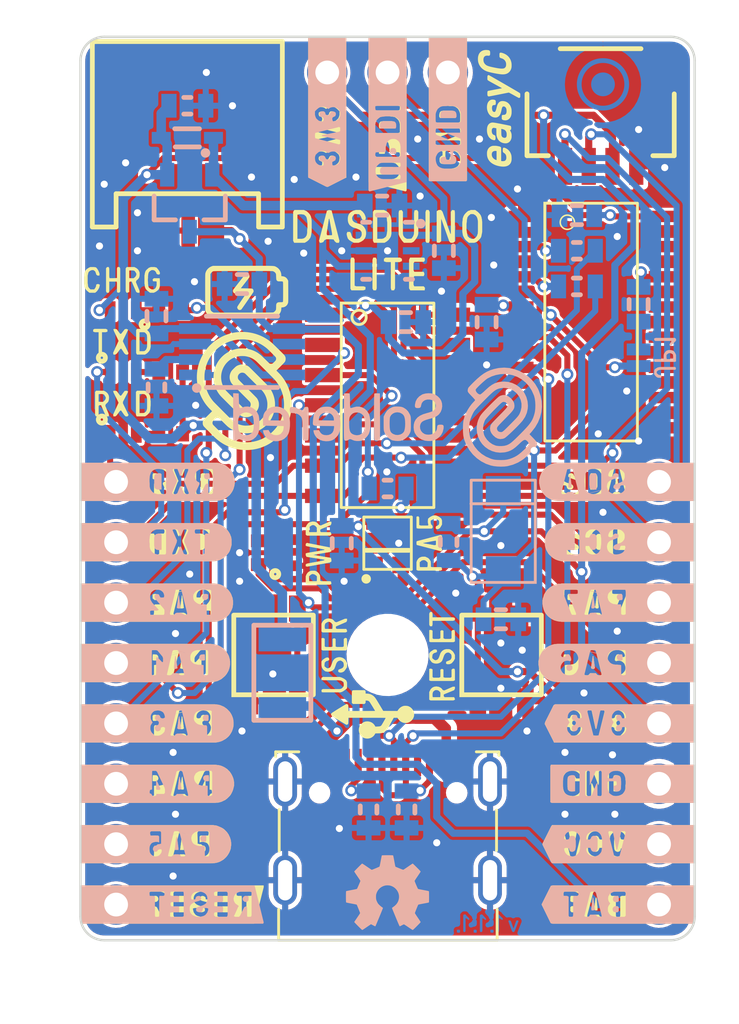
<source format=kicad_pcb>
(kicad_pcb (version 20210623) (generator pcbnew)
  (title_block (title "Dasduino LITE") (date "2021-09-23") (rev "V1.1.1.") (company "SOLDERED") (comment 1 "333008"))
  (layers (0 "F.Cu" mixed) (31 "B.Cu" signal) (34 "B.Paste" user) (35 "F.Paste" user) (36 "B.SilkS" user "B.Silkscreen") (37 "F.SilkS" user "F.Silkscreen") (38 "B.Mask" user) (39 "F.Mask" user) (44 "Edge.Cuts" user))
  (net 0 "")
  (net 1 "+3V3")
  (net 2 "GND")
  (net 3 "RESET")
  (net 4 "VUSB")
  (net 5 "VCC")
  (net 6 "VBAT")
  (net 7 "TXD0")
  (net 8 "Net-(D1-Pad1)")
  (net 9 "RXD0")
  (net 10 "Net-(D2-Pad1)")
  (net 11 "Net-(D3-Pad1)")
  (net 13 "Net-(F1-Pad2)")
  (net 14 "D-")
  (net 15 "D+")
  (net 16 "SDA")
  (net 17 "SCL")
  (net 18 "SPI_MISO")
  (net 19 "SPI_MOSI")
  (net 20 "SPI_SCK")
  (net 21 "SPI_CS")
  (net 23 "RTS")
  (net 24 "Net-(C10-Pad2)")
  (net 25 "Net-(C2-Pad1)")
  (net 26 "Net-(D5-Pad2)")
  (net 27 "Net-(K2-PadA5)")
  (net 29 "Net-(K2-PadB5)")
  (net 36 "Net-(R1-Pad1)")
  (net 37 "Net-(R2-Pad1)")
  (net 38 "Net-(R11-Pad1)")
  (net 39 "Net-(R12-Pad1)")
  (net 41 "Net-(D4-Pad3)")
  (net 43 "PA5")
  (net 44 "PA7")
  (net 45 "PA6")
  (footprint "e-radionica.com footprinti:HEADER-UPDI" (layer "F.Cu") (at 77.43 113.5)
    (fp_text reference "K4")
    (fp_text value "HEADER-UPDI")
  )
  (footprint "buzzardLabel" (layer "F.Cu") (at 90.76 130.72)
    (fp_text reference "")
    (fp_text value "")
  )
  (footprint "buzzardLabel" (layer "F.Cu") (at 64.1 145.96)
    (fp_text reference "")
    (fp_text value "")
  )
  (footprint "e-radionica.com footprinti:0402R" (layer "F.Cu") (at 68.3 126.1)
    (fp_text reference "R3")
    (fp_text value "2k2")
  )
  (footprint "buzzardLabel" (layer "F.Cu") (at 90.76 143.42)
    (fp_text reference "")
    (fp_text value "")
  )
  (footprint "buzzardLabel" (layer "F.Cu") (at 64.1 135.8)
    (fp_text reference "")
    (fp_text value "")
  )
  (footprint "e-radionica.com footprinti:FIDUCIAL_23" (layer "F.Cu") (at 77.43 148)
    (fp_text reference "FD1")
    (fp_text value "FIDUCIAL")
  )
  (footprint "Soldered Graphics:Logo-Back-OSH-3.5mm" (layer "F.Cu") (at 77.43 148)
    (fp_text reference "G***" hide)
    (fp_text value "LOGO" hide)
  )
  (footprint "e-radionica.com footprinti:0402LED" (layer "F.Cu") (at 66.3 128.7 180)
    (fp_text reference "D2")
    (fp_text value "blue")
  )
  (footprint "e-radionica.com footprinti:SOIC-14" (layer "F.Cu") (at 77.43 127.5)
    (fp_text reference "U4")
    (fp_text value "ATTINY804")
  )
  (footprint "e-radionica.com footprinti:0402R" (layer "F.Cu") (at 68.3 128.7)
    (fp_text reference "R4")
    (fp_text value "2k2")
  )
  (footprint "buzzardLabel" (layer "F.Cu") (at 90.76 138.34)
    (fp_text reference "")
    (fp_text value "")
  )
  (footprint "buzzardLabel" (layer "F.Cu") (at 90.76 140.88)
    (fp_text reference "")
    (fp_text value "")
  )
  (footprint "buzzardLabel" (layer "F.Cu") (at 90.76 133.26)
    (fp_text reference "")
    (fp_text value "")
  )
  (footprint "buzzardLabel" (layer "F.Cu") (at 64.1 143.42)
    (fp_text reference "")
    (fp_text value "")
  )
  (footprint "buzzardLabel" (layer "F.Cu") (at 90.76 145.96)
    (fp_text reference "")
    (fp_text value "")
  )
  (footprint "buzzardLabel" (layer "F.Cu") (at 74.89 111.6 90)
    (fp_text reference "")
    (fp_text value "")
  )
  (footprint "e-radionica.com footprinti:WS2812B-2020" (layer "F.Cu") (at 77.43 133.3 -90)
    (fp_text reference "D4")
    (fp_text value "WS2812B-2020")
  )
  (footprint "buzzardLabel" (layer "F.Cu") (at 77.43 111.6 90)
    (fp_text reference "")
    (fp_text value "")
  )
  (footprint "e-radionica.com footprinti:0402R" (layer "F.Cu") (at 68.3 123.5 180)
    (fp_text reference "R12")
    (fp_text value "2k2")
  )
  (footprint "buzzardLabel" (layer "F.Cu") (at 79.97 111.6 90)
    (fp_text reference "")
    (fp_text value "")
  )
  (footprint "buzzardLabel" (layer "F.Cu") (at 90.76 135.8)
    (fp_text reference "")
    (fp_text value "")
  )
  (footprint "e-radionica.com footprinti:0402LED" (layer "F.Cu") (at 73.3 133.7 -90)
    (fp_text reference "D3")
    (fp_text value "purple")
  )
  (footprint "buzzardLabel" (layer "F.Cu") (at 79.7 138 90)
    (fp_text reference "")
    (fp_text value "")
  )
  (footprint "e-radionica.com footprinti:SOP-16" (layer "F.Cu") (at 86 124)
    (fp_text reference "U1")
    (fp_text value "CH340C")
  )
  (footprint "buzzardLabel" (layer "F.Cu") (at 79.2 133.3 90)
    (fp_text reference "")
    (fp_text value "")
  )
  (footprint "buzzardLabel" (layer "F.Cu") (at 77.43 120)
    (fp_text reference "")
    (fp_text value "")
  )
  (footprint "e-radionica.com footprinti:easyC-connector" (layer "F.Cu") (at 86.4 115.3)
    (fp_text reference "K1")
    (fp_text value "easyC-SMD")
  )
  (footprint "e-radionica.com footprinti:0402LED" (layer "F.Cu") (at 66.3 126.1 180)
    (fp_text reference "D1")
    (fp_text value "white")
  )
  (footprint "Soldered Graphics:Symbol-Front-Battery" (layer "F.Cu") (at 71.5 122.8)
    (fp_text reference "G***" hide)
    (fp_text value "LOGO" hide)
  )
  (footprint "buzzardLabel" (layer "F.Cu") (at 64.1 138.34)
    (fp_text reference "")
    (fp_text value "")
  )
  (footprint "buzzardLabel" (layer "F.Cu") (at 66.3 122.2)
    (fp_text reference "")
    (fp_text value "")
  )
  (footprint "Soldered Graphics:Logo-Back-SolderedFULL-13mm" (layer "F.Cu") (at 77.43 128)
    (fp_text reference "REF**" hide)
    (fp_text value "Logo-Front-SolderedFULL-13mm" hide)
  )
  (footprint "Soldered Graphics:Logo-Front-Soldered-5mm" (layer "F.Cu") (at 71.4 126.9)
    (fp_text reference "G***" hide)
    (fp_text value "LOGO" hide)
  )
  (footprint "buzzardLabel" (layer "F.Cu") (at 90.76 148.5)
    (fp_text reference "")
    (fp_text value "")
  )
  (footprint "buzzardLabel" (layer "F.Cu") (at 75.16 138 90)
    (fp_text reference "")
    (fp_text value "")
  )
  (footprint "buzzardLabel" (layer "F.Cu") (at 66.3 127.4)
    (fp_text reference "")
    (fp_text value "")
  )
  (footprint "buzzardLabel" (layer "F.Cu") (at 64.1 133.26)
    (fp_text reference "")
    (fp_text value "")
  )
  (footprint "e-radionica.com footprinti:0402LED" (layer "F.Cu") (at 66.3 123.5)
    (fp_text reference "D5")
    (fp_text value "red")
  )
  (footprint "buzzardLabel" (layer "F.Cu") (at 64.1 140.88)
    (fp_text reference "")
    (fp_text value "")
  )
  (footprint "e-radionica.com footprinti:YTSA007A0151803B" (layer "F.Cu") (at 72.63 138 90)
    (fp_text reference "SW1")
    (fp_text value "YTSA007A0151803B")
  )
  (footprint "e-radionica.com footprinti:HOLE_3.2mm" (layer "F.Cu") (at 77.43 138)
    (fp_text reference "H1" hide)
    (fp_text value "HOLE_3.2mm" hide)
  )
  (footprint "e-radionica.com footprinti:JST-2pin-SMD" (layer "F.Cu") (at 69 117)
    (fp_text reference "K3")
    (fp_text value "JST-2pin-SMD")
  )
  (footprint "Soldered Graphics:Logo-Front-easyC-5mm" (layer "F.Cu") (at 82.1 115 90)
    (fp_text reference "G***" hide)
    (fp_text value "LOGO" hide)
  )
  (footprint "Soldered Graphics:Symbol-Front-USB" (layer "F.Cu") (at 76.8 140.5 90)
    (fp_text reference "G***" hide)
    (fp_text value "LOGO" hide)
  )
  (footprint "buzzardLabel" (layer "F.Cu") (at 77.43 122)
    (fp_text reference "")
    (fp_text value "")
  )
  (footprint "buzzardLabel" (layer "F.Cu") (at 74.5 133.7 90)
    (fp_text reference "")
    (fp_text value "")
  )
  (footprint "e-radionica.com footprinti:YTSA007A0151803B" (layer "F.Cu") (at 82.23 138 90)
    (fp_text reference "SW2")
    (fp_text value "YTSA007A0151803B")
  )
  (footprint "e-radionica.com footprinti:0402R" (layer "F.Cu") (at 72 133.7 90)
    (fp_text reference "R6")
    (fp_text value "2k2")
  )
  (footprint "buzzardLabel" (layer "F.Cu") (at 64.1 148.5)
    (fp_text reference "")
    (fp_text value "")
  )
  (footprint "buzzardLabel" (layer "F.Cu") (at 66.3 124.8)
    (fp_text reference "")
    (fp_text value "")
  )
  (footprint "buzzardLabel" (layer "F.Cu") (at 64.1 130.72)
    (fp_text reference "")
    (fp_text value "")
  )
  (footprint "e-radionica.com footprinti:U262-161N-4BVC11" (layer "F.Cu") (at 77.43 145)
    (fp_text reference "K2")
    (fp_text value "U262-161N-4BVC11")
  )
  (footprint "buzzardLabel" (layer "B.Cu") (at 74.89 111.6 90)
    (fp_text reference "")
    (fp_text value "")
  )
  (footprint "buzzardLabel" (layer "B.Cu") (at 79.97 111.6 90)
    (fp_text reference "")
    (fp_text value "")
  )
  (footprint "e-radionica.com footprinti:0603R" (layer "B.Cu") (at 85.4 122.5)
    (fp_text reference "R2")
    (fp_text value "1k")
  )
  (footprint "buzzardLabel" (layer "B.Cu") (at 90.76 143.42 180)
    (fp_text reference "")
    (fp_text value "")
  )
  (footprint "e-radionica.com footprinti:0603C" (layer "B.Cu") (at 78.2 124)
    (fp_text reference "C9")
    (fp_text value "100n")
  )
  (footprint "e-radionica.com footprinti:1206FUSE" (layer "B.Cu") (at 73 138.75 -90)
    (fp_text reference "F1")
    (fp_text value "1206FUSE-500mA")
  )
  (footprint "buzzardLabel" (layer "B.Cu") (at 64.1 138.34 180)
    (fp_text reference "")
    (fp_text value "")
  )
  (footprint "e-radionica.com footprinti:0603C" (layer "B.Cu") (at 85.4 119.5)
    (fp_text reference "C1")
    (fp_text value "100n")
  )
  (footprint "e-radionica.com footprinti:M4_DIODA" (layer "B.Cu") (at 82.3 132.8 90)
    (fp_text reference "D6")
    (fp_text value "M4_DIODA")
  )
  (footprint "Soldered Graphics:Version1.1.1." (layer "B.Cu") (at 81.6 149.3 180)
    (fp_text reference "REF**" hide)
    (fp_text value "Version1.1.1." hide)
  )
  (footprint "e-radionica.com footprinti:0603R" (layer "B.Cu") (at 80 133.25 90)
    (fp_text reference "R10")
    (fp_text value "10k")
  )
  (footprint "e-radionica.com footprinti:0603C" (layer "B.Cu") (at 79.8 121 90)
    (fp_text reference "C5")
    (fp_text value "2u2")
  )
  (footprint "e-radionica.com footprinti:0603R" (layer "B.Cu") (at 85.4 121)
    (fp_text reference "R1")
    (fp_text value "1k")
  )
  (footprint "e-radionica.com footprinti:FIDUCIAL_23" (layer "B.Cu") (at 86.5 114 180)
    (fp_text reference "FD2")
    (fp_text value "FIDUCIAL")
  )
  (footprint "buzzardLabel" (layer "B.Cu") (at 64.1 148.5 180)
    (fp_text reference "")
    (fp_text value "")
  )
  (footprint "buzzardLabel" (layer "B.Cu") (at 90.76 133.26 180)
    (fp_text reference "")
    (fp_text value "")
  )
  (footprint "buzzardLabel" (layer "B.Cu") (at 64.1 143.42 180)
    (fp_text reference "")
    (fp_text value "")
  )
  (footprint "e-radionica.com footprinti:0603R" (layer "B.Cu") (at 78.23 144.5 -90)
    (fp_text reference "R7")
    (fp_text value "5k1")
  )
  (footprint "buzzardLabel" (layer "B.Cu") (at 64.1 135.8 180)
    (fp_text reference "")
    (fp_text value "")
  )
  (footprint "e-radionica.com footprinti:TPS7A2633DRVR" (layer "B.Cu") (at 77.43 121 180)
    (fp_text reference "U2")
    (fp_text value "TPS7A2633DRVR")
  )
  (footprint "buzzardLabel" (layer "B.Cu") (at 64.1 145.96 180)
    (fp_text reference "")
    (fp_text value "")
  )
  (footprint "buzzardLabel" (layer "B.Cu") (at 64.1 140.88 180)
    (fp_text reference "")
    (fp_text value "")
  )
  (footprint "e-radionica.com footprinti:HEADER_MALE_8X1" (layer "B.Cu") (at 66 139.61 90)
    (fp_text reference "K5")
    (fp_text value "HEADER_MALE_8X1")
  )
  (footprint "e-radionica.com footprinti:0603R" (layer "B.Cu") (at 76.63 144.5 -90)
    (fp_text reference "R8")
    (fp_text value "5k1")
  )
  (footprint "e-radionica.com footprinti:SOT-23-3" (layer "B.Cu") (at 69.1 119 -90)
    (fp_text reference "Q1")
    (fp_text value "PMOS-SOT-23-3")
  )
  (footprint "buzzardLabel" (layer "B.Cu") (at 77.43 111.6 90)
    (fp_text reference "")
    (fp_text value "")
  )
  (footprint "e-radionica.com footprinti:0603C" (layer "B.Cu") (at 77.2 119.1 180)
    (fp_text reference "C3")
    (fp_text value "2u2")
  )
  (footprint "buzzardLabel" (layer "B.Cu") (at 90.76 140.88 180)
    (fp_text reference "")
    (fp_text value "")
  )
  (footprint "e-radionica.com footprinti:0603R" (layer "B.Cu") (at 69 114.9 180)
    (fp_text reference "R14")
    (fp_text value "100k")
  )
  (footprint "buzzardLabel" (layer "B.Cu") (at 90.76 148.5 180)
    (fp_text reference "")
    (fp_text value "")
  )
  (footprint "buzzardLabel" (layer "B.Cu") (at 90.76 130.72 180)
    (fp_text reference "")
    (fp_text value "")
  )
  (footprint "e-radionica.com footprinti:0603C" (layer "B.Cu") (at 88 123.25 -90)
    (fp_text reference "C10")
    (fp_text value "100n")
  )
  (footprint "buzzardLabel" (layer "B.Cu") (at 64.1 133.26 180)
    (fp_text reference "")
    (fp_text value "")
  )
  (footprint "buzzardLabel" (layer "B.Cu") (at 90.76 135.8 180)
    (fp_text reference "")
    (fp_text value "")
  )
  (footprint "e-radionica.com footprinti:0603C" (layer "B.Cu") (at 81.6 124 -90)
    (fp_text reference "C2")
    (fp_text value "100n")
  )
  (footprint "buzzardLabel" (layer "B.Cu") (at 90.76 138.34 180)
    (fp_text reference "")
    (fp_text value "")
  )
  (footprint "e-radionica.com footprinti:HEADER_MALE_8X1" (layer "B.Cu") (at 88.86 139.61 90)
    (fp_text reference "K6")
    (fp_text value "HEADER_MALE_8X1")
  )
  (footprint "e-radionica.com footprinti:SMD_JUMPER" (layer "B.Cu") (at 88 125.5 -90)
    (fp_text reference "JP1")
    (fp_text value "SMD_JUMPER")
  )
  (footprint "buzzardLabel" (layer "B.Cu") (at 90.76 145.96 180)
    (fp_text reference "")
    (fp_text value "")
  )
  (footprint "e-radionica.com footprinti:0603C" (layer "B.Cu") (at 71.3 122.4)
    (fp_text reference "C7")
    (fp_text value "2u2")
  )
  (footprint "buzzardLabel" (layer "B.Cu") (at 89.1 125.5 90)
    (fp_text reference "")
    (fp_text value "")
  )
  (footprint "e-radionica.com footprinti:0603C" (layer "B.Cu") (at 82.2 136.5 180)
    (fp_text reference "C6")
    (fp_text value "270p")
  )
  (footprint "e-radionica.com footprinti:0603R" (layer "B.Cu") (at 77.43 131)
    (fp_text reference "R5")
    (fp_text value "1k")
  )
  (footprint "e-radionica.com footprinti:0603C" (layer "B.Cu") (at 67.7 123.75 -90)
    (fp_text reference "C8")
    (fp_text value "2u2")
  )
  (footprint "e-radionica.com footprinti:TP4056M-MSOP8" (layer "B.Cu") (at 71.3 125.25)
    (fp_text reference "U3")
    (fp_text value "TP4056M")
  )
  (footprint "e-radionica.com footprinti:0603R" (layer "B.Cu") (at 67.7 126.75 -90)
    (fp_text reference "R11")
    (fp_text value "3k")
  )
  (footprint "e-radionica.com footprinti:0603C" (layer "B.Cu") (at 75.5 133.3 -90)
    (fp_text reference "C4")
    (fp_text value "100n")
  )
  (footprint "e-radionica.com footprinti:SOD-323" (layer "B.Cu") (at 69 116.25)
    (fp_text reference "D7")
    (fp_text value "BAT20J")
  )
  (footprint "buzzardLabel" (layer "B.Cu") (at 64.1 130.72 180)
    (fp_text reference "")
    (fp_text value "")
  )
  (gr_arc (start 89.36 112.999997) (end 89.36 112) (angle 90) (layer "Edge.Cuts") (width 0.1))
  (gr_arc (start 89.36 149) (end 89.36 150) (angle -90) (layer "Edge.Cuts") (width 0.1))
  (gr_line (start 64.5 113) (end 64.5 149) (layer "Edge.Cuts") (width 0.1))
  (gr_line locked (start 90.36 149) (end 90.36 113) (layer "Edge.Cuts") (width 0.1))
  (gr_line locked (start 89.36 112) (end 65.5 112) (layer "Edge.Cuts") (width 0.1))
  (gr_line (start 65.5 150) (end 89.36 150) (layer "Edge.Cuts") (width 0.1))
  (gr_arc (start 65.5 149) (end 65.5 150) (angle 90) (layer "Edge.Cuts") (width 0.1))
  (gr_arc (start 65.499997 113) (end 64.5 113) (angle 90) (layer "Edge.Cuts") (width 0.1))
  (segment (start 86.1 115.3) (end 84 115.3) (width 0.3) (layer "F.Cu") (net 1))
  (segment (start 74.89 113.89) (end 74.89 113.5) (width 0.3) (layer "F.Cu") (net 1))
  (segment (start 81.5 132.8) (end 83.9 132.8) (width 0.254) (layer "F.Cu") (net 1))
  (segment (start 75.01898 135.61898) (end 74.6 135.2) (width 0.254) (layer "F.Cu") (net 1))
  (segment (start 74.6 135.2) (end 72.6 135.2) (width 0.254) (layer "F.Cu") (net 1))
  (segment (start 76.3 115.3) (end 74.89 113.89) (width 0.3) (layer "F.Cu") (net 1))
  (segment (start 86.9 116.1) (end 86.1 115.3) (width 0.3) (layer "F.Cu") (net 1))
  (segment (start 78.08102 135.61898) (end 75.01898 135.61898) (width 0.254) (layer "F.Cu") (net 1))
  (segment (start 72 134.6) (end 72 134.2) (width 0.254) (layer "F.Cu") (net 1))
  (segment (start 80.9 132.8) (end 78.08102 135.61898) (width 0.254) (layer "F.Cu") (net 1))
  (segment (start 81.5 132.8) (end 80.9 132.8) (width 0.254) (layer "F.Cu") (net 1))
  (segment (start 76.5 123.3) (end 76.11 123.69) (width 0.3) (layer "F.Cu") (net 1))
  (segment (start 76.11 123.69) (end 74.73 123.69) (width 0.3) (layer "F.Cu") (net 1))
  (segment (start 83.9 132.8) (end 85.6 134.5) (width 0.254) (layer "F.Cu") (net 1))
  (segment (start 72.6 135.2) (end 72 134.6) (width 0.254) (layer "F.Cu") (net 1))
  (segment (start 86.9 117.45) (end 86.9 116.1) (width 0.3) (layer "F.Cu") (net 1))
  (segment (start 84 115.3) (end 76.3 115.3) (width 0.3) (layer "F.Cu") (net 1))
  (via (at 81.5 132.8) (size 0.5) (drill 0.3) (layers "F.Cu" "B.Cu") (net 1))
  (via (at 76.5 123.3) (size 0.5) (drill 0.3) (layers "F.Cu" "B.Cu") (net 1))
  (via (at 84 115.3) (size 0.5) (drill 0.3) (layers "F.Cu" "B.Cu") (net 1))
  (via (at 85.6 134.5) (size 0.5) (drill 0.3) (layers "F.Cu" "B.Cu") (net 1))
  (segment (start 81.1 122.3) (end 80.6 122.8) (width 0.3) (layer "B.Cu") (net 1))
  (segment (start 87 123.9) (end 87 121.6) (width 0.3) (layer "B.Cu") (net 1))
  (segment (start 78.425 120.35) (end 79.72 120.35) (width 0.3) (layer "B.Cu") (net 1))
  (segment (start 86.5 118) (end 85.1 118) (width 0.3) (layer "B.Cu") (net 1))
  (segment (start 79.8 125.3) (end 78.1 125.3) (width 0.3) (layer "B.Cu") (net 1))
  (segment (start 88.86 140.88) (end 88.78 140.88) (width 0.3) (layer "B.Cu") (net 1))
  (segment (start 77.47 124.67) (end 77.47 124) (width 0.3) (layer "B.Cu") (net 1))
  (segment (start 81.1 120.8) (end 81.1 122.3) (width 0.3) (layer "B.Cu") (net 1))
  (segment (start 80.6 122.8) (end 80.6 124.5) (width 0.3) (layer "B.Cu") (net 1))
  (segment (start 76.77 123.3) (end 77.47 124) (width 0.3) (layer "B.Cu") (net 1))
  (segment (start 79.8 118.8) (end 79.8 120.27) (width 0.3) (layer "B.Cu") (net 1))
  (segment (start 81.5 132.8) (end 82.3 132) (width 0.254) (layer "B.Cu") (net 1))
  (segment (start 79.72 120.35) (end 79.8 120.27) (width 0.3) (layer "B.Cu") (net 1))
  (segment (start 79.8 120.27) (end 80.57 120.27) (width 0.3) (layer "B.Cu") (net 1))
  (segment (start 85.1 118) (end 84 116.9) (width 0.3) (layer "B.Cu") (net 1))
  (segment (start 74.89 113.5) (end 74.89 113.89) (width 0.3) (layer "B.Cu") (net 1))
  (segment (start 80.325 132.8) (end 81.5 132.8) (width 0.254) (layer "B.Cu") (net 1))
  (segment (start 80.57 120.27) (end 81.1 120.8) (width 0.3) (layer "B.Cu") (net 1))
  (segment (start 76.5 123.3) (end 76.77 123.3) (width 0.3) (layer "B.Cu") (net 1))
  (segment (start 82.3 132) (end 82.3 131.11) (width 0.254) (layer "B.Cu") (net 1))
  (segment (start 80 132.475) (end 80.325 132.8) (width 0.254) (layer "B.Cu") (net 1))
  (segment (start 87.8 119.3) (end 86.5 118) (width 0.3) (layer "B.Cu") (net 1))
  (segment (start 87 121.6) (end 87.8 120.8) (width 0.3) (layer "B.Cu") (net 1))
  (segment (start 84 116.9) (end 84 115.3) (width 0.3) (layer "B.Cu") (net 1))
  (segment (start 87.8 120.8) (end 87.8 119.3) (width 0.3) (layer "B.Cu") (net 1))
  (segment (start 78.1 125.3) (end 77.47 124.67) (width 0.3) (layer "B.Cu") (net 1))
  (segment (start 85.6 125.3) (end 87 123.9) (width 0.3) (layer "B.Cu") (net 1))
  (segment (start 80.6 124.5) (end 79.8 125.3) (width 0.3) (layer "B.Cu") (net 1))
  (segment (start 74.89 113.89) (end 79.8 118.8) (width 0.3) (layer "B.Cu") (net 1))
  (segment (start 85.6 137.7) (end 85.6 125.3) (width 0.3) (layer "B.Cu") (net 1))
  (segment (start 88.78 140.88) (end 85.6 137.7) (width 0.3) (layer "B.Cu") (net 1))
  (via (at 82.9 118.4) (size 0.5) (drill 0.3) (layers "F.Cu" "B.Cu") (net 2))
  (via (at 86.9 142.2) (size 0.5) (drill 0.3) (layers "F.Cu" "B.Cu") (net 2))
  (via (at 73.5 118) (size 0.5) (drill 0.3) (layers "F.Cu" "B.Cu") (net 2))
  (via (at 75.4 145.3) (size 0.5) (drill 0.3) (layers "F.Cu" "B.Cu") (net 2))
  (via (at 83.3 141.2) (size 0.5) (drill 0.3) (layers "F.Cu" "B.Cu") (net 2))
  (via (at 68.4 142.1) (size 0.5) (drill 0.3) (layers "F.Cu" "B.Cu") (net 2))
  (via (at 84.9 144.7) (size 0.5) (drill 0.3) (layers "F.Cu" "B.Cu") (net 2))
  (via (at 69.1 134.6) (size 0.5) (drill 0.3) (layers "F.Cu" "B.Cu") (net 2))
  (via (at 71.7 117.9) (size 0.5) (drill 0.3) (layers "F.Cu" "B.Cu") (net 2))
  (via (at 68.5 144.7) (size 0.5) (drill 0.3) (layers "F.Cu" "B.Cu") (net 2))
  (via (at 75.5 121) (size 0.5) (drill 0.3) (layers "F.Cu" "B.Cu") (net 2))
  (via (at 66.4 117.3) (size 0.5) (drill 0.3) (layers "F.Cu" "B.Cu") (net 2))
  (via (at 86.5 132) (size 0.5) (drill 0.3) (layers "F.Cu" "B.Cu") (net 2))
  (via (at 68.4 147.3) (size 0.5) (drill 0.3) (layers "F.Cu" "B.Cu") (net 2))
  (via (at 85.7 139.6) (size 0.5) (drill 0.3) (layers "F.Cu" "B.Cu") (net 2))
  (via (at 69.8 113.5) (size 0.5) (drill 0.3) (layers "F.Cu" "B.Cu") (net 2))
  (via (at 72.6 138.8) (size 0.5) (drill 0.3) (layers "F.Cu" "B.Cu") (net 2))
  (via (at 77.43 121) (size 0.5) (drill 0.3) (layers "F.Cu" "B.Cu") (net 2))
  (via (at 78.7 116.3) (size 0.5) (drill 0.3) (layers "F.Cu" "B.Cu") (net 2))
  (via (at 71.3 141.2) (size 0.5) (drill 0.3) (layers "F.Cu" "B.Cu") (net 2))
  (via (at 82.2 139.4) (size 0.5) (drill 0.3) (layers "F.Cu" "B.Cu") (net 2))
  (via (at 81.9 121.6) (size 0.5) (drill 0.3) (layers "F.Cu" "B.Cu") (net 2))
  (via (at 71.2 134.9) (size 0.5) (drill 0.3) (layers "F.Cu" "B.Cu") (net 2))
  (via (at 77.4 130.3) (size 0.5) (drill 0.3) (layers "F.Cu" "B.Cu") (net 2))
  (via (at 87.1 137) (size 0.5) (drill 0.3) (layers "F.Cu" "B.Cu") (net 2))
  (via (at 70.9 114.9) (size 0.5) (drill 0.3) (layers "F.Cu" "B.Cu") (net 2))
  (via (at 87 144.7) (size 0.5) (drill 0.3) (layers "F.Cu" "B.Cu") (net 2))
  (via (at 88 129) (size 0.5) (drill 0.3) (layers "F.Cu" "B.Cu") (net 2))
  (via (at 73.9 121.1) (size 0.5) (drill 0.3) (layers "F.Cu" "B.Cu") (net 2))
  (via (at 66.9 119.4) (size 0.5) (drill 0.3) (layers "F.Cu" "B.Cu") (net 2))
  (via (at 89.1 117.5) (size 0.5) (drill 0.3) (layers "F.Cu" "B.Cu") (net 2))
  (via (at 75.6 134.9) (size 0.5) (drill 0.3) (layers "F.Cu" "B.Cu") (net 2))
  (via (at 81.3 116.3) (size 0.5) (drill 0.3) (layers "F.Cu" "B.Cu") (net 2))
  (via (at 69.35 127.5) (size 0.5) (drill 0.3) (layers "F.Cu" "B.Cu") (net 2))
  (via (at 78.8 118.7) (size 0.5) (drill 0.3) (layers "F.Cu" "B.Cu") (net 2))
  (via (at 65.3 120.8) (size 0.5) (drill 0.3) (layers "F.Cu" "B.Cu") (net 2))
  (via (at 84.9 142.1) (size 0.5) (drill 0.3) (layers "F.Cu" "B.Cu") (net 2))
  (via (at 80.3 135.4) (size 0.5) (drill 0.3) (layers "F.Cu" "B.Cu") (net 2))
  (via (at 83.1 137.8) (size 0.5) (drill 0.3) (layers "F.Cu" "B.Cu") (net 2))
  (via (at 86.3 128.7) (size 0.5) (drill 0.3) (layers "F.Cu" "B.Cu") (net 2))
  (via (at 69.3 122.3) (size 0.5) (drill 0.3) (layers "F.Cu" "B.Cu") (net 2))
  (via (at 72.4 120.6) (size 0.5) (drill 0.3) (layers "F.Cu" "B.Cu") (net 2))
  (via (at 81.8 119.6) (size 0.5) (drill 0.3) (layers "F.Cu" "B.Cu") (net 2))
  (via (at 65.5 118.2) (size 0.5) (drill 0.3) (layers "F.Cu" "B.Cu") (net 2))
  (via (at 87.5 126.9) (size 0.5) (drill 0.3) (layers "F.Cu" "B.Cu") (net 2))
  (via (at 79.5 145.9) (size 0.5) (drill 0.3) (layers "F.Cu" "B.Cu") (net 2))
  (via (at 76.1 117.9) (size 0.5) (drill 0.3) (layers "F.Cu" "B.Cu") (net 2))
  (via (at 66.9 121) (size 0.5) (drill 0.3) (layers "F.Cu" "B.Cu") (net 2))
  (via (at 88 115.9) (size 0.5) (drill 0.3) (layers "F.Cu" "B.Cu") (net 2))
  (via (at 81.6 125.8) (size 0.5) (drill 0.3) (layers "F.Cu" "B.Cu") (net 2))
  (via (at 72.5 129.7) (size 0.5) (drill 0.3) (layers "F.Cu" "B.Cu") (net 2))
  (via (at 87.1 120.4) (size 0.5) (drill 0.3) (layers "F.Cu" "B.Cu") (net 2))
  (via (at 68.5 137.1) (size 0.5) (drill 0.3) (layers "F.Cu" "B.Cu") (net 2))
  (via (at 71.2 133.7) (size 0.5) (drill 0.3) (layers "F.Cu" "B.Cu") (net 2))
  (via (at 82.2 133.4) (size 0.5) (drill 0.3) (layers "F.Cu" "B.Cu") (net 2))
  (via (at 77.9 133.3) (size 0.5) (drill 0.3) (layers "F.Cu" "B.Cu") (net 2))
  (via (at 82.2 137.5) (size 0.5) (drill 0.3) (layers "F.Cu" "B.Cu") (net 2))
  (via (at 79.7 122.7) (size 0.5) (drill 0.3) (layers "F.Cu" "B.Cu") (net 2))
  (segment (start 66 148.5) (end 68.3 148.5) (width 0.254) (layer "F.Cu") (net 3))
  (segment (start 81.37 128.77) (end 80.13 128.77) (width 0.254) (layer "F.Cu") (net 3))
  (segment (start 86.2 127.7) (end 86.2 125.6) (width 0.254) (layer "F.Cu") (net 3))
  (segment (start 81.23 139.95) (end 81.23 136.05) (width 0.254) (layer "F.Cu") (net 3))
  (segment (start 83.6 129.4) (end 82 129.4) (width 0.254) (layer "F.Cu") (net 3))
  (segment (start 75.4 140.1) (end 81.08 140.1) (width 0.254) (layer "F.Cu") (net 3))
  (segment (start 81.23 134.92) (end 81.23 136.05) (width 0.254) (layer "F.Cu") (net 3))
  (segment (start 82 129.4) (end 81.37 128.77) (width 0.254) (layer "F.Cu") (net 3))
  (segment (start 83.6 129.4) (end 84.5 129.4) (width 0.254) (layer "F.Cu") (net 3))
  (segment (start 71.1 142.5) (end 72.4 141.2) (width 0.254) (layer "F.Cu") (net 3))
  (segment (start 86.5 125.9) (end 87 125.9) (width 0.254) (layer "F.Cu") (net 3))
  (segment (start 84.3 123.7) (end 86.2 125.6) (width 0.254) (layer "F.Cu") (net 3))
  (segment (start 68.3 148.5) (end 71.1 145.7) (width 0.254) (layer "F.Cu") (net 3))
  (segment (start 86.2 125.6) (end 86.5 125.9) (width 0.254) (layer "F.Cu") (net 3))
  (segment (start 84.5 129.4) (end 86.2 127.7) (width 0.254) (layer "F.Cu") (net 3))
  (segment (start 81.01 134.7) (end 81.23 134.92) (width 0.254) (layer "F.Cu") (net 3))
  (segment (start 74.3 141.2) (end 75.4 140.1) (width 0.254) (layer "F.Cu") (net 3))
  (segment (start 81.08 140.1) (end 81.23 139.95) (width 0.254) (layer "F.Cu") (net 3))
  (segment (start 71.1 145.7) (end 71.1 142.5) (width 0.254) (layer "F.Cu") (net 3))
  (segment (start 72.4 141.2) (end 74.3 141.2) (width 0.254) (layer "F.Cu") (net 3))
  (segment (start 80.13 128.77) (end 79.86778 128.77) (width 0.254) (layer "F.Cu") (net 3))
  (via (at 84.3 123.7) (size 0.5) (drill 0.3) (layers "F.Cu" "B.Cu") (net 3))
  (via (at 87 125.9) (size 0.5) (drill 0.3) (layers "F.Cu" "B.Cu") (net 3))
  (via (at 81.01 134.7) (size 0.5) (drill 0.3) (layers "F.Cu" "B.Cu") (net 3))
  (via (at 83.6 129.4) (size 0.5) (drill 0.3) (layers "F.Cu" "B.Cu") (net 3))
  (segment (start 82.3 134.49) (end 82.09 134.7) (width 0.254) (layer "B.Cu") (net 3))
  (segment (start 82.3 134.49) (end 82.3 134.9) (width 0.254) (layer "B.Cu") (net 3))
  (segment (start 77.43 113.5) (end 77.43 113.93) (width 0.254) (layer "B.Cu") (net 3))
  (segment (start 82.09 134.7) (end 81.01 134.7) (width 0.254) (layer "B.Cu") (net 3))
  (segment (start 81.47 135.73) (end 81.47 136.5) (width 0.254) (layer "B.Cu") (net 3))
  (segment (start 83.2 122.6) (end 83.5 122.9) (width 0.254) (layer "B.Cu") (net 3))
  (segment (start 83.2 119.7) (end 83.2 122.6) (width 0.254) (layer "B.Cu") (net 3))
  (segment (start 83.6 129.4) (end 83.6 133.3) (width 0.254) (layer "B.Cu") (net 3))
  (segment (start 82.3 134.9) (end 81.47 135.73) (width 0.254) (layer "B.Cu") (net 3))
  (segment (start 82.41 134.49) (end 82.3 134.49) (width 0.254) (layer "B.Cu") (net 3))
  (segment (start 83.6 133.3) (end 82.41 134.49) (width 0.254) (layer "B.Cu") (net 3))
  (segment (start 81.01 134.7) (end 80.335 134.025) (width 0.254) (layer "B.Cu") (net 3))
  (segment (start 87.05 125.85) (end 87 125.9) (width 0.3) (layer "B.Cu") (net 3))
  (segment (start 77.43 113.93) (end 83.2 119.7) (width 0.254) (layer "B.Cu") (net 3))
  (segment (start 83.5 122.9) (end 84.3 123.7) (width 0.254) (layer "B.Cu") (net 3))
  (segment (start 88 125.85) (end 87.05 125.85) (width 0.3) (layer "B.Cu") (net 3))
  (segment (start 80.335 134.025) (end 80 134.025) (width 0.254) (layer "B.Cu") (net 3))
  (segment (start 68.8 126.1) (end 68.8 128.7) (width 0.254) (layer "F.Cu") (net 4))
  (segment (start 68.89196 128.7) (end 69.24598 128.34598) (width 0.254) (layer "F.Cu") (net 4))
  (segment (start 86.8 119.5) (end 85.1 119.5) (width 0.254) (layer "F.Cu") (net 4))
  (segment (start 68 117.1) (end 67.3 117.8) (width 0.254) (layer "F.Cu") (net 4))
  (segment (start 86.8 119.5) (end 86.855 119.555) (width 0.254) (layer "F.Cu") (net 4))
  (segment (start 85.1 119.5) (end 82.7 117.1) (width 0.254) (layer "F.Cu") (net 4))
  (segment (start 86.855 119.555) (end 88.95 119.555) (width 0.254) (layer "F.Cu") (net 4))
  (segment (start 82.7 117.1) (end 68 117.1) (width 0.254) (layer "F.Cu") (net 4))
  (segment (start 65.75 123.5) (end 65.3 123.5) (width 0.254) (layer "F.Cu") (net 4))
  (segment (start 68.8 128.7) (end 68.89196 128.7) (width 0.254) (layer "F.Cu") (net 4))
  (via (at 65.3 123.5) (size 0.5) (drill 0.3) (layers "F.Cu" "B.Cu") (net 4))
  (via (at 69.24598 128.34598) (size 0.5) (drill 0.3) (layers "F.Cu" "B.Cu") (net 4))
  (via (at 86.8 119.5) (size 0.5) (drill 0.3) (layers "F.Cu" "B.Cu") (net 4))
  (via (at 67.3 117.8) (size 0.5) (drill 0.3) (layers "F.Cu" "B.Cu") (net 4))
  (segment (start 68.95402 128.34598) (end 68.4 128.9) (width 0.4) (layer "B.Cu") (net 4))
  (segment (start 73.275 126.225) (end 72.125 126.225) (width 0.3) (layer "B.Cu") (net 4))
  (segment (start 71.9 128.9) (end 71.34598 128.34598) (width 0.4) (layer "B.Cu") (net 4))
  (segment (start 67.9 115.225) (end 68.225 114.9) (width 0.4) (layer "B.Cu") (net 4))
  (segment (start 67.4 128.9) (end 66.3 127.8) (width 0.4) (layer "B.Cu") (net 4))
  (segment (start 66.3 118.8) (end 67.3 117.8) (width 0.4) (layer "B.Cu") (net 4))
  (segment (start 68.15 116.5) (end 67.9 116.25) (width 0.4) (layer "B.Cu") (net 4))
  (segment (start 67.905 124.275) (end 67.7 124.48) (width 0.254) (layer "B.Cu") (net 4))
  (segment (start 66.3 123.9) (end 66.3 118.8) (width 0.4) (layer "B.Cu") (net 4))
  (segment (start 67.7 124.48) (end 66.88 124.48) (width 0.3) (layer "B.Cu") (net 4))
  (segment (start 72.125 126.225) (end 70.175 124.275) (width 0.3) (layer "B.Cu") (net 4))
  (segment (start 69.24598 128.34598) (end 68.95402 128.34598) (width 0.4) (layer "B.Cu") (net 4))
  (segment (start 69.325 124.275) (end 67.905 124.275) (width 0.3) (layer "B.Cu") (net 4))
  (segment (start 73 137.35) (end 73 135.4) (width 0.4) (layer "B.Cu") (net 4))
  (segment (start 68.15 117.8) (end 68.15 116.5) (width 0.4) (layer "B.Cu") (net 4))
  (segment (start 66.88 124.48) (end 66.3 123.9) (width 0.3) (layer "B.Cu") (net 4))
  (segment (start 71.9 134.3) (end 71.9 128.9) (width 0.4) (layer "B.Cu") (net 4))
  (segment (start 66.3 127.8) (end 66.3 123.9) (width 0.4) (layer "B.Cu") (net 4))
  (segment (start 70.175 124.275) (end 69.325 124.275) (width 0.3) (layer "B.Cu") (net 4))
  (segment (start 68.4 128.9) (end 67.4 128.9) (width 0.4) (layer "B.Cu") (net 4))
  (segment (start 65.3 123.5) (end 66.3 122.5) (width 0.254) (layer "B.Cu") (net 4))
  (segment (start 71.34598 128.34598) (end 69.24598 128.34598) (width 0.4) (layer "B.Cu") (net 4))
  (segment (start 86.8 119.5) (end 86.13 119.5) (width 0.254) (layer "B.Cu") (net 4))
  (segment (start 67.9 116.25) (end 67.9 115.225) (width 0.4) (layer "B.Cu") (net 4))
  (segment (start 67.3 117.8) (end 68.15 117.8) (width 0.4) (layer "B.Cu") (net 4))
  (segment (start 73 135.4) (end 71.9 134.3) (width 0.4) (layer "B.Cu") (net 4))
  (segment (start 85.8 144.9) (end 86.86 145.96) (width 0.3) (layer "F.Cu") (net 5))
  (segment (start 76.2 132.6) (end 76.415 132.385) (width 0.3) (layer "F.Cu") (net 5))
  (segment (start 85.8 141.1) (end 85.8 144.9) (width 0.3) (layer "F.Cu") (net 5))
  (segment (start 83.4 138.7) (end 85.8 141.1) (width 0.3) (layer "F.Cu") (net 5))
  (segment (start 76.415 132.385) (end 76.88 132.385) (width 0.3) (layer "F.Cu") (net 5))
  (segment (start 82.9 138.7) (end 83.4 138.7) (width 0.3) (layer "F.Cu") (net 5))
  (segment (start 86.86 145.96) (end 88.86 145.96) (width 0.3) (layer "F.Cu") (net 5))
  (via (at 82.9 138.7) (size 0.5) (drill 0.3) (layers "F.Cu" "B.Cu") (net 5))
  (via (at 76.2 132.6) (size 0.5) (drill 0.3) (layers "F.Cu" "B.Cu") (net 5))
  (segment (start 75.35 121.65) (end 74.7 121) (width 0.3) (layer "B.Cu") (net 5))
  (segment (start 76.7 124.6) (end 74.7 122.6) (width 0.3) (layer "B.Cu") (net 5))
  (segment (start 76.435 119.135) (end 76.47 119.1) (width 0.3) (layer "B.Cu") (net 5))
  (segment (start 70.1 117.75) (end 70.05 117.8) (width 0.5) (layer "B.Cu") (net 5))
  (segment (start 74.7 120.3) (end 73.5 119.1) (width 0.3) (layer "B.Cu") (net 5))
  (segment (start 75.57 132.5) (end 75.5 132.57) (width 0.3) (layer "B.Cu") (net 5))
  (segment (start 75.5 128.1) (end 76.7 126.9) (width 0.3) (layer "B.Cu") (net 5))
  (segment (start 76.2 132.7) (end 76.2 132.6) (width 0.3) (layer "B.Cu") (net 5))
  (segment (start 76.7 126.9) (end 76.7 124.6) (width 0.3) (layer "B.Cu") (net 5))
  (segment (start 75.5 132.57) (end 76.17 132.57) (width 0.3) (layer "B.Cu") (net 5))
  (segment (start 82.9 138.7) (end 82.2 138.7) (width 0.3) (layer "B.Cu") (net 5))
  (segment (start 74.7 121) (end 74.7 120.3) (width 0.3) (layer "B.Cu") (net 5))
  (segment (start 75.5 132.57) (end 75.5 128.1) (width 0.3) (layer "B.Cu") (net 5))
  (segment (start 71.35 119.1) (end 73.5 119.1) (width 0.4) (layer "B.Cu") (net 5))
  (segment (start 76.435 120.35) (end 76.435 119.135) (width 0.3) (layer "B.Cu") (net 5))
  (segment (start 73.5 119.1) (end 76.47 119.1) (width 0.4) (layer "B.Cu") (net 5))
  (segment (start 70.05 117.8) (end 71.35 119.1) (width 0.4) (layer "B.Cu") (net 5))
  (segment (start 70.1 116.25) (end 70.1 117.75) (width 0.4) (layer "B.Cu") (net 5))
  (segment (start 74.7 122.6) (end 74.7 121) (width 0.3) (layer "B.Cu") (net 5))
  (segment (start 76.435 121.65) (end 75.35 121.65) (width 0.3) (layer "B.Cu") (net 5))
  (segment (start 76.17 132.57) (end 76.2 132.6) (width 0.3) (layer "B.Cu") (net 5))
  (segment (start 82.2 138.7) (end 76.2 132.7) (width 0.3) (layer "B.Cu") (net 5))
  (segment (start 70.85 120.15) (end 71.2 120.5) (width 0.3) (layer "F.Cu") (net 6))
  (segment (start 70 120.15) (end 70.85 120.15) (width 0.3) (layer "F.Cu") (net 6))
  (via (at 71.2 120.5) (size 0.5) (drill 0.3) (layers "F.Cu" "B.Cu") (net 6))
  (segment (start 78.7 142.6) (end 76.4 142.6) (width 0.3) (layer "B.Cu") (net 6))
  (segment (start 76.2 126.2) (end 76.2 125) (width 0.3) (layer "B.Cu") (net 6))
  (segment (start 76.1 142.3) (end 76.1 140.1) (width 0.3) (layer "B.Cu") (net 6))
  (segment (start 76.2 125) (end 75.5 124.3) (width 0.3) (layer "B.Cu") (net 6))
  (segment (start 74.3 128.1) (end 76.2 126.2) (width 0.3) (layer "B.Cu") (net 6))
  (segment (start 74.8 138.8) (end 74.8 135.2) (width 0.3) (layer "B.Cu") (net 6))
  (segment (start 74.3 134.7) (end 74.3 128.1) (width 0.3) (layer "B.Cu") (net 6))
  (segment (start 80.2 145.5) (end 79.5 144.8) (width 0.3) (layer "B.Cu") (net 6))
  (segment (start 76.1 140.1) (end 74.8 138.8) (width 0.3) (layer "B.Cu") (net 6))
  (segment (start 72.03 123.83) (end 72.475 124.275) (width 0.3) (layer "B.Cu") (net 6))
  (segment (start 79.5 143.4) (end 78.7 142.6) (width 0.3) (layer "B.Cu") (net 6))
  (segment (start 72.475 124.275) (end 73.275 124.275) (width 0.3) (layer "B.Cu") (net 6))
  (segment (start 73.3 124.3) (end 73.275 124.275) (width 0.3) (layer "B.Cu") (net 6))
  (segment (start 75.5 124.3) (end 73.3 124.3) (width 0.3) (layer "B.Cu") (net 6))
  (segment (start 72.03 121.33) (end 72.03 122.4) (width 0.3) (layer "B.Cu") (net 6))
  (segment (start 69.1 120.2) (end 70.9 120.2) (width 0.3) (layer "B.Cu") (net 6))
  (segment (start 76.4 142.6) (end 76.1 142.3) (width 0.3) (layer "B.Cu") (net 6))
  (segment (start 79.5 144.8) (end 79.5 143.4) (width 0.3) (layer "B.Cu") (net 6))
  (segment (start 86.3 148.5) (end 83.3 145.5) (width 0.3) (layer "B.Cu") (net 6))
  (segment (start 72.03 122.4) (end 72.03 123.83) (width 0.3) (layer "B.Cu") (net 6))
  (segment (start 70.9 120.2) (end 71.2 120.5) (width 0.3) (layer "B.Cu") (net 6))
  (segment (start 74.8 135.2) (end 74.3 134.7) (width 0.3) (layer "B.Cu") (net 6))
  (segment (start 88.86 148.5) (end 86.3 148.5) (width 0.3) (layer "B.Cu") (net 6))
  (segment (start 74.3 128.1) (end 74.7 127.7) (width 0.3) (layer "B.Cu") (net 6))
  (segment (start 83.3 145.5) (end 80.2 145.5) (width 0.3) (layer "B.Cu") (net 6))
  (segment (start 71.2 120.5) (end 72.03 121.33) (width 0.3) (layer "B.Cu") (net 6))
  (segment (start 66.64 133.26) (end 66 133.26) (width 0.254) (layer "F.Cu") (net 7))
  (segment (start 76.4 129.7) (end 76 130.1) (width 0.254) (layer "F.Cu") (net 7))
  (segment (start 76 130.9) (end 75.59 131.31) (width 0.254) (layer "F.Cu") (net 7))
  (segment (start 75.59 131.31) (end 74.73 131.31) (width 0.254) (layer "F.Cu") (net 7))
  (segment (start 76 130.1) (end 76 130.9) (width 0.254) (layer "F.Cu") (net 7))
  (segment (start 74.73 131.31) (end 68.59 131.31) (width 0.254) (layer "F.Cu") (net 7))
  (segment (start 68.59 131.31) (end 66.64 133.26) (width 0.254) (layer "F.Cu") (net 7))
  (segment (start 78 129.7) (end 76.4 129.7) (width 0.254) (layer "F.Cu") (net 7))
  (segment (start 65.75 126.1) (end 65.2 126.1) (width 0.254) (layer "F.Cu") (net 7))
  (via (at 65.2 126.1) (size 0.5) (drill 0.3) (layers "F.Cu" "B.Cu") (net 7))
  (via (at 78 129.7) (size 0.5) (drill 0.3) (layers "F.Cu" "B.Cu") (net 7))
  (segment (start 66.74 133.26) (end 66 133.26) (width 0.254) (layer "B.Cu") (net 7))
  (segment (start 65.2 127.6) (end 67.9 130.3) (width 0.254) (layer "B.Cu") (net 7))
  (segment (start 86.175 123.525) (end 86.175 122.5) (width 0.254) (layer "B.Cu") (net 7))
  (segment (start 67.9 132.1) (end 66.74 133.26) (width 0.254) (layer "B.Cu") (net 7))
  (segment (start 67.9 130.3) (end 67.9 132.1) (width 0.254) (layer "B.Cu") (net 7))
  (segment (start 80 129.7) (end 86.175 123.525) (width 0.254) (layer "B.Cu") (net 7))
  (segment (start 78 129.7) (end 80 129.7) (width 0.254) (layer "B.Cu") (net 7))
  (segment (start 65.2 126.1) (end 65.2 127.6) (width 0.254) (layer "B.Cu") (net 7))
  (segment (start 66.85 126.1) (end 67.8 126.1) (width 0.254) (layer "F.Cu") (net 8))
  (segment (start 73.46 130.04) (end 72.7 130.8) (width 0.254) (layer "F.Cu") (net 9))
  (segment (start 66.08 130.8) (end 66 130.72) (width 0.254) (layer "F.Cu") (net 9))
  (segment (start 74.73 130.04) (end 73.46 130.04) (width 0.254) (layer "F.Cu") (net 9))
  (segment (start 77.4 129.1) (end 76.3 129.1) (width 0.254) (layer "F.Cu") (net 9))
  (segment (start 75.36 130.04) (end 74.73 130.04) (width 0.254) (layer "F.Cu") (net 9))
  (segment (start 65.75 128.7) (end 65.75 130.47) (width 0.254) (layer "F.Cu") (net 9))
  (segment (start 65.75 130.47) (end 66 130.72) (width 0.254) (layer "F.Cu") (net 9))
  (segment (start 76.3 129.1) (end 75.36 130.04) (width 0.254) (layer "F.Cu") (net 9))
  (segment (start 72.7 130.8) (end 66.08 130.8) (width 0.254) (layer "F.Cu") (net 9))
  (via (at 77.4 129.1) (size 0.5) (drill 0.3) (layers "F.Cu" "B.Cu") (net 9))
  (segment (start 85.4 121.775) (end 86.175 121) (width 0.254) (layer "B.Cu") (net 9))
  (segment (start 77.4 129.1) (end 79.8 129.1) (width 0.254) (layer "B.Cu") (net 9))
  (segment (start 85.4 123.5) (end 85.4 121.775) (width 0.254) (layer "B.Cu") (net 9))
  (segment (start 79.8 129.1) (end 85.4 123.5) (width 0.254) (layer "B.Cu") (net 9))
  (segment (start 67.8 128.7) (end 66.85 128.7) (width 0.254) (layer "F.Cu") (net 10))
  (segment (start 72 133.2) (end 73.25 133.2) (width 0.254) (layer "F.Cu") (net 11))
  (segment (start 73.25 133.2) (end 73.3 133.15) (width 0.254) (layer "F.Cu") (net 11))
  (via (at 75.3 141.2) (size 0.5) (drill 0.3) (layers "F.Cu" "B.Cu") (net 13))
  (segment (start 74.25 140.15) (end 73 140.15) (width 0.4) (layer "B.Cu") (net 13))
  (segment (start 75.3 141.2) (end 74.25 140.15) (width 0.4) (layer "B.Cu") (net 13))
  (segment (start 83.705 125.905) (end 83.05 125.905) (width 0.254) (layer "F.Cu") (net 14))
  (segment (start 77.5 141.4) (end 77 141.4) (width 0.254) (layer "F.Cu") (net 14))
  (segment (start 77.5 141.4) (end 77.693 141.593) (width 0.254) (layer "F.Cu") (net 14))
  (segment (start 76.693 141.707) (end 76.693 142.525) (width 0.254) (layer "F.Cu") (net 14))
  (segment (start 77 141.4) (end 76.693 141.707) (width 0.254) (layer "F.Cu") (net 14))
  (segment (start 77.693 141.593) (end 77.693 142.525) (width 0.254) (layer "F.Cu") (net 14))
  (segment (start 84.2 126.4) (end 83.705 125.905) (width 0.254) (layer "F.Cu") (net 14))
  (via (at 84.2 126.4) (size 0.5) (drill 0.3) (layers "F.Cu" "B.Cu") (net 14))
  (via (at 77.5 141.4) (size 0.5) (drill 0.3) (layers "F.Cu" "B.Cu") (net 14))
  (segment (start 84.2 138.6) (end 84.2 126.4) (width 0.254) (layer "B.Cu") (net 14))
  (segment (start 77.5 141.4) (end 78.3 140.6) (width 0.254) (layer "B.Cu") (net 14))
  (segment (start 82.2 140.6) (end 84.2 138.6) (width 0.254) (layer "B.Cu") (net 14))
  (segment (start 78.3 140.6) (end 82.2 140.6) (width 0.254) (layer "B.Cu") (net 14))
  (segment (start 77.9 143.9) (end 78.2 143.6) (width 0.254) (layer "F.Cu") (net 15))
  (segment (start 78.5 141.4) (end 78.193 141.707) (width 0.254) (layer "F.Cu") (net 15))
  (segment (start 84.235 124.635) (end 83.05 124.635) (width 0.254) (layer "F.Cu") (net 15))
  (segment (start 77.193 143.593) (end 77.5 143.9) (width 0.254) (layer "F.Cu") (net 15))
  (segment (start 78.193 141.707) (end 78.193 142.525) (width 0.254) (layer "F.Cu") (net 15))
  (segment (start 78.2 142.532) (end 78.193 142.525) (width 0.254) (layer "F.Cu") (net 15))
  (segment (start 78.2 143.6) (end 78.2 142.532) (width 0.254) (layer "F.Cu") (net 15))
  (segment (start 77.193 142.525) (end 77.193 143.593) (width 0.254) (layer "F.Cu") (net 15))
  (segment (start 85 126.2) (end 85 125.4) (width 0.254) (layer "F.Cu") (net 15))
  (segment (start 77.5 143.9) (end 77.9 143.9) (width 0.254) (layer "F.Cu") (net 15))
  (segment (start 85 125.4) (end 84.235 124.635) (width 0.254) (layer "F.Cu") (net 15))
  (via (at 78.5 141.4) (size 0.5) (drill 0.3) (layers "F.Cu" "B.Cu") (net 15))
  (via (at 85 126.2) (size 0.5) (drill 0.3) (layers "F.Cu" "B.Cu") (net 15))
  (segment (start 78.6 141.3) (end 82.2 141.3) (width 0.254) (layer "B.Cu") (net 15))
  (segment (start 82.2 141.3) (end 85 138.5) (width 0.254) (layer "B.Cu") (net 15))
  (segment (start 78.5 141.4) (end 78.6 141.3) (width 0.254) (layer "B.Cu") (net 15))
  (segment (start 85 138.5) (end 85 126.2) (width 0.254) (layer "B.Cu") (net 15))
  (segment (start 80.13 131.31) (end 86.59 131.31) (width 0.254) (layer "F.Cu") (net 16))
  (segment (start 87.18 130.72) (end 88.86 130.72) (width 0.254) (layer "F.Cu") (net 16))
  (segment (start 86.59 131.31) (end 87.18 130.72) (width 0.254) (layer "F.Cu") (net 16))
  (segment (start 85.9 116.2) (end 86 116.1) (width 0.3) (layer "F.Cu") (net 16))
  (segment (start 85.9 117.45) (end 85.9 116.2) (width 0.3) (layer "F.Cu") (net 16))
  (via (at 86 116.1) (size 0.5) (drill 0.3) (layers "F.Cu" "B.Cu") (net 16))
  (segment (start 86.6 116.1) (end 89.6 119.1) (width 0.254) (layer "B.Cu") (net 16))
  (segment (start 89.6 129.98) (end 88.86 130.72) (width 0.254) (layer "B.Cu") (net 16))
  (segment (start 89.6 119.1) (end 89.6 129.98) (width 0.254) (layer "B.Cu") (net 16))
  (segment (start 86 116.1) (end 86.6 116.1) (width 0.254) (layer "B.Cu") (net 16))
  (segment (start 84.9 117.45) (end 84.9 116.1) (width 0.3) (layer "F.Cu") (net 17))
  (segment (start 86.9 129.5) (end 86.36 130.04) (width 0.254) (layer "F.Cu") (net 17))
  (segment (start 86.36 130.04) (end 80.13 130.04) (width 0.254) (layer "F.Cu") (net 17))
  (via (at 84.9 116.1) (size 0.5) (drill 0.3) (layers "F.Cu" "B.Cu") (net 17))
  (via (at 86.9 129.5) (size 0.5) (drill 0.3) (layers "F.Cu" "B.Cu") (net 17))
  (segment (start 89.2 126.8) (end 86.9 129.1) (width 0.254) (layer "B.Cu") (net 17))
  (segment (start 84.9 116.1) (end 85.9 117.1) (width 0.254) (layer "B.Cu") (net 17))
  (segment (start 86.9 129.1) (end 86.9 129.5) (width 0.254) (layer "B.Cu") (net 17))
  (segment (start 86.9 129.5) (end 86.9 131.3) (width 0.254) (layer "B.Cu") (net 17))
  (segment (start 86.9 131.3) (end 88.86 133.26) (width 0.254) (layer "B.Cu") (net 17))
  (segment (start 85.9 117.1) (end 86.7 117.1) (width 0.254) (layer "B.Cu") (net 17))
  (segment (start 86.7 117.1) (end 89.2 119.6) (width 0.254) (layer "B.Cu") (net 17))
  (segment (start 89.2 119.6) (end 89.2 126.8) (width 0.254) (layer "B.Cu") (net 17))
  (segment (start 73.6 122.2) (end 77.2 122.2) (width 0.254) (layer "F.Cu") (net 18))
  (segment (start 78.1 123.1) (end 78.1 125.2) (width 0.254) (layer "F.Cu") (net 18))
  (segment (start 70.6 129.6) (end 70.6 125.2) (width 0.254) (layer "F.Cu") (net 18))
  (segment (start 77.2 122.2) (end 78.1 123.1) (width 0.254) (layer "F.Cu") (net 18))
  (segment (start 70.6 125.2) (end 73.6 122.2) (width 0.254) (layer "F.Cu") (net 18))
  (segment (start 78.1 125.2) (end 79.13 126.23) (width 0.254) (layer "F.Cu") (net 18))
  (segment (start 79.13 126.23) (end 80.13 126.23) (width 0.254) (layer "F.Cu") (net 18))
  (via (at 70.6 129.6) (size 0.5) (drill 0.3) (layers "F.Cu" "B.Cu") (net 18))
  (segment (start 70.6 129.3) (end 70.2 128.9) (width 0.254) (layer "B.Cu") (net 18))
  (segment (start 66.8 135.8) (end 66 135.8) (width 0.254) (layer "B.Cu") (net 18))
  (segment (start 69.5 128.9) (end 69 129.4) (width 0.254) (layer "B.Cu") (net 18))
  (segment (start 69 129.4) (end 69 133.6) (width 0.254) (layer "B.Cu") (net 18))
  (segment (start 69 133.6) (end 66.8 135.8) (width 0.254) (layer "B.Cu") (net 18))
  (segment (start 70.6 129.6) (end 70.6 129.3) (width 0.254) (layer "B.Cu") (net 18))
  (segment (start 70.2 128.9) (end 69.5 128.9) (width 0.254) (layer "B.Cu") (net 18))
  (segment (start 76.9 122.6) (end 77.7 123.4) (width 0.254) (layer "F.Cu") (net 19))
  (segment (start 68.6 139.6) (end 67.34 138.34) (width 0.254) (layer "F.Cu") (net 19))
  (segment (start 73.8 122.6) (end 76.9 122.6) (width 0.254) (layer "F.Cu") (net 19))
  (segment (start 71.2 125.2) (end 73.8 122.6) (width 0.254) (layer "F.Cu") (net 19))
  (segment (start 79.3 127.5) (end 80.13 127.5) (width 0.254) (layer "F.Cu") (net 19))
  (segment (start 77.7 123.4) (end 77.7 125.9) (width 0.254) (layer "F.Cu") (net 19))
  (segment (start 77.7 125.9) (end 79.3 127.5) (width 0.254) (layer "F.Cu") (net 19))
  (segment (start 67.34 138.34) (end 66 138.34) (width 0.254) (layer "F.Cu") (net 19))
  (segment (start 71.2 130.2) (end 71.2 125.2) (width 0.254) (layer "F.Cu") (net 19))
  (via (at 68.6 139.6) (size 0.5) (drill 0.3) (layers "F.Cu" "B.Cu") (net 19))
  (via (at 71.2 130.2) (size 0.5) (drill 0.3) (layers "F.Cu" "B.Cu") (net 19))
  (segment (start 71.2 130.2) (end 70.4 131) (width 0.254) (layer "B.Cu") (net 19))
  (segment (start 69.3 139.6) (end 68.6 139.6) (width 0.254) (layer "B.Cu") (net 19))
  (segment (start 70.4 138.5) (end 69.3 139.6) (width 0.254) (layer "B.Cu") (net 19))
  (segment (start 70.4 131) (end 70.4 138.5) (width 0.254) (layer "B.Cu") (net 19))
  (segment (start 69.9 129.4) (end 69.9 125.2) (width 0.254) (layer "F.Cu") (net 20))
  (segment (start 69.8 129.5) (end 69.9 129.4) (width 0.254) (layer "F.Cu") (net 20))
  (segment (start 78.5 124.1) (end 79.36 124.96) (width 0.254) (layer "F.Cu") (net 20))
  (segment (start 77.5 121.8) (end 78.5 122.8) (width 0.254) (layer "F.Cu") (net 20))
  (segment (start 69.9 125.2) (end 73.3 121.8) (width 0.254) (layer "F.Cu") (net 20))
  (segment (start 73.3 121.8) (end 77.5 121.8) (width 0.254) (layer "F.Cu") (net 20))
  (segment (start 79.36 124.96) (end 80.13 124.96) (width 0.254) (layer "F.Cu") (net 20))
  (segment (start 78.5 122.8) (end 78.5 124.1) (width 0.254) (layer "F.Cu") (net 20))
  (via (at 69.8 129.5) (size 0.5) (drill 0.3) (layers "F.Cu" "B.Cu") (net 20))
  (segment (start 69.8 137.08) (end 66 140.88) (width 0.254) (layer "B.Cu") (net 20))
  (segment (start 69.8 129.5) (end 69.8 137.08) (width 0.254) (layer "B.Cu") (net 20))
  (segment (start 68.78 143.42) (end 69.8 142.4) (width 0.254) (layer "F.Cu") (net 21))
  (segment (start 75.26 124.96) (end 74.73 124.96) (width 0.254) (layer "F.Cu") (net 21))
  (segment (start 69.9 132.8) (end 70.6 132.1) (width 0.254) (layer "F.Cu") (net 21))
  (segment (start 69.9 142.3) (end 69.9 133.1) (width 0.254) (layer "F.Cu") (net 21))
  (segment (start 70.6 132.1) (end 70.7 132) (width 0.254) (layer "F.Cu") (net 21))
  (segment (start 70.7 132) (end 73 132) (width 0.254) (layer "F.Cu") (net 21))
  (segment (start 73 132) (end 73.1 131.9) (width 0.254) (layer "F.Cu") (net 21))
  (segment (start 75.6 125.3) (end 75.26 124.96) (width 0.254) (layer "F.Cu") (net 21))
  (segment (start 69.9 133.1) (end 69.9 132.8) (width 0.254) (layer "F.Cu") (net 21))
  (segment (start 66 143.42) (end 68.78 143.42) (width 0.254) (layer "F.Cu") (net 21))
  (segment (start 69.8 142.4) (end 69.9 142.3) (width 0.254) (layer "F.Cu") (net 21))
  (via (at 75.6 125.3) (size 0.5) (drill 0.3) (layers "F.Cu" "B.Cu") (net 21))
  (via (at 73.1 131.9) (size 0.5) (drill 0.3) (layers "F.Cu" "B.Cu") (net 21))
  (segment (start 73.5 126.9) (end 73.1 127.3) (width 0.254) (layer "B.Cu") (net 21))
  (segment (start 75.6 125.3) (end 74 126.9) (width 0.254) (layer "B.Cu") (net 21))
  (segment (start 74 126.9) (end 73.5 126.9) (width 0.254) (layer "B.Cu") (net 21))
  (segment (start 73.1 127.3) (end 73.1 131.9) (width 0.254) (layer "B.Cu") (net 21))
  (segment (start 88.1 121.9) (end 88.295 122.095) (width 0.254) (layer "F.Cu") (net 23))
  (segment (start 88.295 122.095) (end 88.95 122.095) (width 0.254) (layer "F.Cu") (net 23))
  (via (at 88.1 121.9) (size 0.5) (drill 0.3) (layers "F.Cu" "B.Cu") (net 23))
  (segment (start 88.1 121.9) (end 88.1 122.42) (width 0.254) (layer "B.Cu") (net 23))
  (segment (start 88.1 122.42) (end 88 122.52) (width 0.254) (layer "B.Cu") (net 23))
  (segment (start 88 123.98) (end 88 125.15) (width 0.3) (layer "B.Cu") (net 24))
  (segment (start 82.365 123.365) (end 82.3 123.3) (width 0.3) (layer "F.Cu") (net 25))
  (segment (start 83.05 123.365) (end 82.365 123.365) (width 0.3) (layer "F.Cu") (net 25))
  (via (at 82.3 123.3) (size 0.5) (drill 0.3) (layers "F.Cu" "B.Cu") (net 25))
  (segment (start 82.3 123.3) (end 81.63 123.3) (width 0.3) (layer "B.Cu") (net 25))
  (segment (start 81.63 123.3) (end 81.6 123.27) (width 0.3) (layer "B.Cu") (net 25))
  (segment (start 67.8 123.5) (end 66.85 123.5) (width 0.254) (layer "F.Cu") (net 26))
  (segment (start 75.9 143.7) (end 75.9 143.50022) (width 0.254) (layer "F.Cu") (net 27))
  (segment (start 75.9 143.50022) (end 76.193 143.20722) (width 0.254) (layer "F.Cu") (net 27))
  (segment (start 76.193 143.20722) (end 76.193 142.525) (width 0.254) (layer "F.Cu") (net 27))
  (via (at 75.9 143.7) (size 0.5) (drill 0.3) (layers "F.Cu" "B.Cu") (net 27))
  (segment (start 76.405 143.7) (end 76.43 143.725) (width 0.254) (layer "B.Cu") (net 27))
  (segment (start 75.9 143.7) (end 76.405 143.7) (width 0.254) (layer "B.Cu") (net 27))
  (segment (start 78.8 143.7) (end 79.193 143.307) (width 0.254) (layer "F.Cu") (net 29))
  (segment (start 79.193 143.307) (end 79.193 142.525) (width 0.254) (layer "F.Cu") (net 29))
  (via (at 78.8 143.7) (size 0.5) (drill 0.3) (layers "F.Cu" "B.Cu") (net 29))
  (segment (start 78.455 143.7) (end 78.43 143.725) (width 0.254) (layer "B.Cu") (net 29))
  (segment (start 78.8 143.7) (end 78.455 143.7) (width 0.254) (layer "B.Cu") (net 29))
  (segment (start 83.925 120.825) (end 84.1 121) (width 0.3) (layer "F.Cu") (net 36))
  (segment (start 83.05 120.825) (end 83.925 120.825) (width 0.3) (layer "F.Cu") (net 36))
  (via (at 84.1 121) (size 0.5) (drill 0.3) (layers "F.Cu" "B.Cu") (net 36))
  (segment (start 84.1 121) (end 84.625 121) (width 0.3) (layer "B.Cu") (net 36))
  (segment (start 84 122.5) (end 83.595 122.095) (width 0.3) (layer "F.Cu") (net 37))
  (segment (start 83.595 122.095) (end 83.05 122.095) (width 0.3) (layer "F.Cu") (net 37))
  (via (at 84 122.5) (size 0.5) (drill 0.3) (layers "F.Cu" "B.Cu") (net 37))
  (segment (start 84 122.5) (end 84.625 122.5) (width 0.3) (layer "B.Cu") (net 37))
  (segment (start 68.1 125.575) (end 67.7 125.975) (width 0.3) (layer "B.Cu") (net 38))
  (segment (start 69.325 125.575) (end 68.1 125.575) (width 0.3) (layer "B.Cu") (net 38))
  (segment (start 68.8 123.5) (end 69.3 123.5) (width 0.254) (layer "F.Cu") (net 39))
  (segment (start 69.3 123.5) (end 69.4 123.4) (width 0.254) (layer "F.Cu") (net 39))
  (via (at 69.4 123.4) (size 0.5) (drill 0.3) (layers "F.Cu" "B.Cu") (net 39))
  (segment (start 69.4 123.4) (end 70 123.4) (width 0.254) (layer "B.Cu") (net 39))
  (segment (start 72.175 125.575) (end 73.275 125.575) (width 0.254) (layer "B.Cu") (net 39))
  (segment (start 70 123.4) (end 72.175 125.575) (width 0.254) (layer "B.Cu") (net 39))
  (segment (start 78 132.365) (end 77.98 132.385) (width 0.3) (layer "F.Cu") (net 41))
  (segment (start 78 131.8) (end 78 132.365) (width 0.3) (layer "F.Cu") (net 41))
  (via (at 78 131.8) (size 0.5) (drill 0.3) (layers "F.Cu" "B.Cu") (net 41))
  (segment (start 78.205 131.595) (end 78 131.8) (width 0.3) (layer "B.Cu") (net 41))
  (segment (start 78.205 131) (end 78.205 131.595) (width 0.3) (layer "B.Cu") (net 41))
  (segment (start 70.4 145.1) (end 69.54 145.96) (width 0.254) (layer "F.Cu") (net 43))
  (segment (start 70.4 133.3) (end 70.4 145.1) (width 0.254) (layer "F.Cu") (net 43))
  (segment (start 71.2 132.5) (end 70.4 133.3) (width 0.254) (layer "F.Cu") (net 43))
  (segment (start 77.6 127.1) (end 76.73 126.23) (width 0.254) (layer "F.Cu") (net 43))
  (segment (start 76.6 131.2) (end 75.3 132.5) (width 0.254) (layer "F.Cu") (net 43))
  (segment (start 75.3 132.5) (end 71.2 132.5) (width 0.254) (layer "F.Cu") (net 43))
  (segment (start 76.6 130.3) (end 76.6 131.2) (width 0.254) (layer "F.Cu") (net 43))
  (segment (start 69.54 145.96) (end 66 145.96) (width 0.254) (layer "F.Cu") (net 43))
  (segment (start 76.73 126.23) (end 74.73 126.23) (width 0.254) (layer "F.Cu") (net 43))
  (segment (start 74.8 126.3) (end 74.73 126.23) (width 0.3) (layer "F.Cu") (net 43))
  (via (at 76.6 130.3) (size 0.5) (drill 0.3) (layers "F.Cu" "B.Cu") (net 43))
  (via (at 77.6 127.1) (size 0.5) (drill 0.3) (layers "F.Cu" "B.Cu") (net 43))
  (segment (start 76.6 130.3) (end 76.655 130.355) (width 0.3) (layer "B.Cu") (net 43))
  (segment (start 76.61 130.3) (end 76.6 130.29) (width 0.254) (layer "B.Cu") (net 43))
  (segment (start 76.6 130.3) (end 76.61 130.3) (width 0.254) (layer "B.Cu") (net 43))
  (segment (start 76.6 130.29) (end 76.6 128.1) (width 0.254) (layer "B.Cu") (net 43))
  (segment (start 76.6 128.1) (end 77.6 127.1) (width 0.254) (layer "B.Cu") (net 43))
  (segment (start 76.655 130.355) (end 76.655 131) (width 0.3) (layer "B.Cu") (net 43))
  (segment (start 78.9 129.6) (end 78.9 130.2) (width 0.254) (layer "F.Cu") (net 44))
  (segment (start 88 135.8) (end 88.86 135.8) (width 0.254) (layer "F.Cu") (net 44))
  (segment (start 79.2 132.1) (end 84.3 132.1) (width 0.254) (layer "F.Cu") (net 44))
  (segment (start 74.8 128.7) (end 75.8 128.7) (width 0.254) (layer "F.Cu") (net 44))
  (segment (start 77.6 128.3) (end 78.9 129.6) (width 0.254) (layer "F.Cu") (net 44))
  (segment (start 76.2 128.3) (end 77.6 128.3) (width 0.254) (layer "F.Cu") (net 44))
  (segment (start 78.9 129.6) (end 78.9 131.8) (width 0.254) (layer "F.Cu") (net 44))
  (segment (start 74.73 128.77) (end 74.8 128.7) (width 0.254) (layer "F.Cu") (net 44))
  (segment (start 75.8 128.7) (end 76.2 128.3) (width 0.254) (layer "F.Cu") (net 44))
  (segment (start 84.3 132.1) (end 88 135.8) (width 0.254) (layer "F.Cu") (net 44))
  (segment (start 78.9 131.8) (end 79.2 132.1) (width 0.254) (layer "F.Cu") (net 44))
  (segment (start 78.7 136) (end 80.6 134.1) (width 0.254) (layer "F.Cu") (net 45))
  (segment (start 74.3 136) (end 78.7 136) (width 0.254) (layer "F.Cu") (net 45))
  (segment (start 74.1 135.8) (end 74.3 136) (width 0.254) (layer "F.Cu") (net 45))
  (segment (start 73.88 135.8) (end 73.63 136.05) (width 0.254) (layer "F.Cu") (net 45))
  (segment (start 80.6 134.1) (end 83.3 134.1) (width 0.254) (layer "F.Cu") (net 45))
  (segment (start 83.3 134.1) (end 87.54 138.34) (width 0.254) (layer "F.Cu") (net 45))
  (segment (start 74.1 135.8) (end 73.88 135.8) (width 0.254) (layer "F.Cu") (net 45))
  (segment (start 73.7 127.5) (end 74.73 127.5) (width 0.254) (layer "F.Cu") (net 45))
  (segment (start 73.63 139.95) (end 73.63 136.05) (width 0.254) (layer "F.Cu") (net 45))
  (segment (start 87.54 138.34) (end 88.86 138.34) (width 0.254) (layer "F.Cu") (net 45))
  (via (at 74.1 135.8) (size 0.5) (drill 0.3) (layers "F.Cu" "B.Cu") (net 45))
  (via (at 73.7 127.5) (size 0.5) (drill 0.3) (layers "F.Cu" "B.Cu") (net 45))
  (segment (start 74.1 135.8) (end 73.7 135.4) (width 0.254) (layer "B.Cu") (net 45))
  (segment (start 73.7 135.4) (end 73.7 127.5) (width 0.254) (layer "B.Cu") (net 45))
  (zone (net 2) (net_name "GND") (layers F&B.Cu) (connect_pads (clearance 0.127)) (min_thickness 0.2) (fill yes (thermal_gap 0.2) (thermal_bridge_width 0.254))
    (polygon (pts (xy 90.35 150) (xy 64.5 150) (xy 64.5 112) (xy 90.35 112)))
  )
  (zone (net 13) (net_name "Net-(F1-Pad2)") (layer "F.Cu") (priority 3) (connect_pads yes (clearance 0.254)) (min_thickness 0.254) (fill yes (thermal_gap 0.254) (thermal_bridge_width 0.254))
    (polygon (pts (xy 80.1 141) (xy 80.1 143.1) (xy 79.7 143.1) (xy 79.7 141.3) (xy 79.3 140.9) (xy 76 140.9) (xy 75.2 141.7) (xy 75.2 143.1) (xy 74.8 143.1) (xy 74.8 141.3) (xy 75.6 140.5) (xy 79.6 140.5)))
  )
)
</source>
